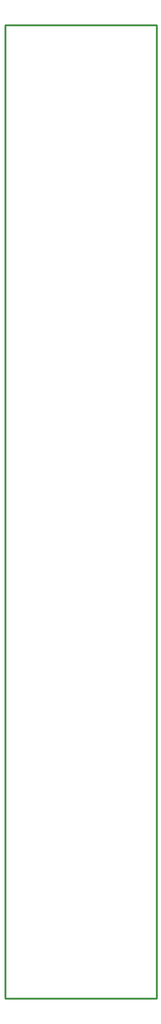
<source format=gko>
G04 Layer: BoardOutlineLayer*
G04 EasyEDA v6.5.29, 2023-07-18 11:26:45*
G04 717a18994d7c41279664b680ba610972,5a6b42c53f6a479593ecc07194224c93,10*
G04 Gerber Generator version 0.2*
G04 Scale: 100 percent, Rotated: No, Reflected: No *
G04 Dimensions in millimeters *
G04 leading zeros omitted , absolute positions ,4 integer and 5 decimal *
%FSLAX45Y45*%
%MOMM*%

%ADD10C,0.2540*%
D10*
X0Y12852400D02*
G01*
X2006600Y12852400D01*
X2006600Y0D01*
X0Y0D01*
X0Y12852400D01*

%LPD*%
M02*

</source>
